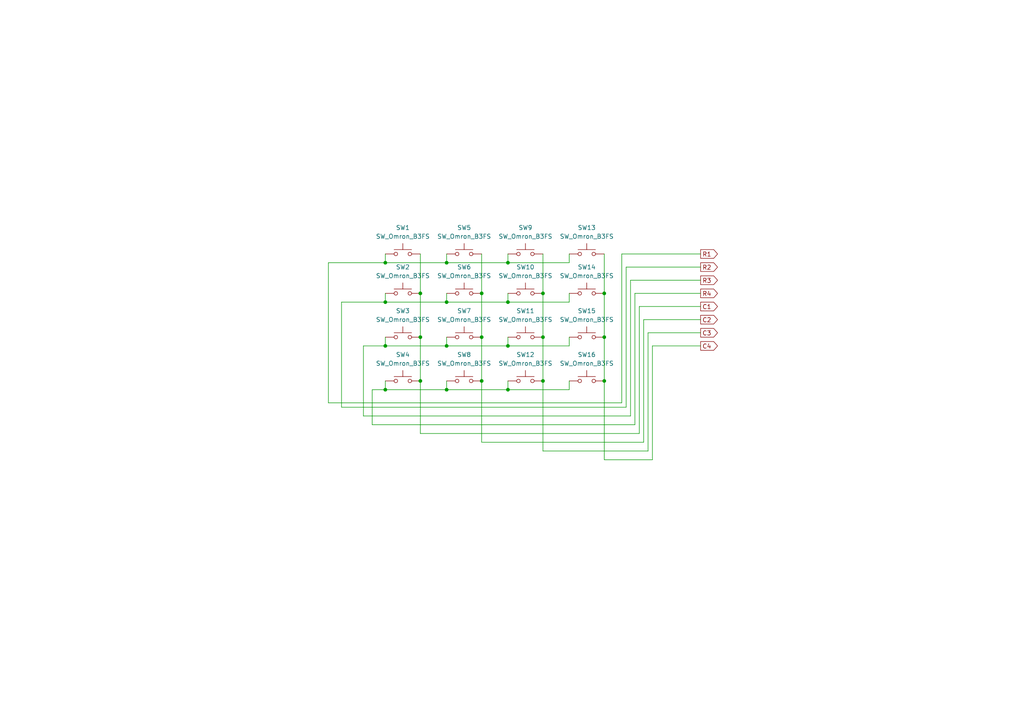
<source format=kicad_sch>
(kicad_sch (version 20231120) (generator "eeschema") (generator_version "8.0")
  (paper "A4")
  (lib_symbols
    (symbol "Switch:SW_Omron_B3FS" (pin_numbers hide) (pin_names (offset 1.016) hide)
      (property "Reference" "SW" (at 1.27 2.54 0))
      (property "Value" "SW_Omron_B3FS" (at 0 -1.524 0))
      (symbol "SW_Omron_B3FS_0_1"
        (circle (center -2.032 0) (radius 0.508))
        (polyline (pts (xy 0 1.27) (xy 0 3.048)))
        (polyline (pts (xy 2.54 1.27) (xy -2.54 1.27)))
        (circle (center 2.032 0) (radius 0.508))
        (pin passive line (at -5.08 0 0) (length 2.54) (name "1") (number "1"))
        (pin passive line (at 5.08 0 180) (length 2.54) (name "2") (number "2"))
      )
    )
  )
  (junction (at 111.76 100.33))
  (junction (at 147.32 87.63))
  (junction (at 147.32 100.33))
  (junction (at 111.76 76.2))
  (junction (at 129.54 100.33))
  (junction (at 139.7 97.79))
  (junction (at 129.54 113.03))
  (junction (at 111.76 87.63))
  (junction (at 175.26 97.79))
  (junction (at 139.7 110.49))
  (junction (at 175.26 85.09))
  (junction (at 121.92 97.79))
  (junction (at 121.92 85.09))
  (junction (at 121.92 110.49))
  (junction (at 175.26 110.49))
  (junction (at 111.76 113.03))
  (junction (at 147.32 76.2))
  (junction (at 139.7 85.09))
  (junction (at 157.48 110.49))
  (junction (at 129.54 76.2))
  (junction (at 129.54 87.63))
  (junction (at 157.48 85.09))
  (junction (at 147.32 113.03))
  (junction (at 157.48 97.79))
  (wire (pts (xy 139.7 73.66) (xy 139.7 85.09)))
  (wire (pts (xy 165.1 97.79) (xy 165.1 100.33)))
  (wire (pts (xy 107.95 123.19) (xy 107.95 113.03)))
  (wire (pts (xy 180.34 73.66) (xy 180.34 116.84)))
  (wire (pts (xy 184.15 85.09) (xy 184.15 123.19)))
  (wire (pts (xy 99.06 87.63) (xy 111.76 87.63)))
  (wire (pts (xy 187.96 130.81) (xy 157.48 130.81)))
  (wire (pts (xy 165.1 76.2) (xy 147.32 76.2)))
  (wire (pts (xy 184.15 123.19) (xy 107.95 123.19)))
  (wire (pts (xy 180.34 116.84) (xy 95.25 116.84)))
  (wire (pts (xy 111.76 76.2) (xy 129.54 76.2)))
  (wire (pts (xy 129.54 87.63) (xy 129.54 85.09)))
  (wire (pts (xy 121.92 73.66) (xy 121.92 85.09)))
  (wire (pts (xy 147.32 76.2) (xy 129.54 76.2)))
  (wire (pts (xy 203.2 100.33) (xy 189.23 100.33)))
  (wire (pts (xy 111.76 97.79) (xy 111.76 100.33)))
  (wire (pts (xy 95.25 116.84) (xy 95.25 76.2)))
  (wire (pts (xy 165.1 73.66) (xy 165.1 76.2)))
  (wire (pts (xy 111.76 85.09) (xy 111.76 87.63)))
  (wire (pts (xy 111.76 113.03) (xy 129.54 113.03)))
  (wire (pts (xy 129.54 113.03) (xy 129.54 110.49)))
  (wire (pts (xy 147.32 85.09) (xy 147.32 87.63)))
  (wire (pts (xy 175.26 133.35) (xy 175.26 110.49)))
  (wire (pts (xy 147.32 87.63) (xy 129.54 87.63)))
  (wire (pts (xy 99.06 87.63) (xy 99.06 118.11)))
  (wire (pts (xy 175.26 73.66) (xy 175.26 85.09)))
  (wire (pts (xy 203.2 88.9) (xy 185.42 88.9)))
  (wire (pts (xy 139.7 85.09) (xy 139.7 97.79)))
  (wire (pts (xy 182.88 81.28) (xy 182.88 120.65)))
  (wire (pts (xy 165.1 110.49) (xy 165.1 113.03)))
  (wire (pts (xy 111.76 87.63) (xy 129.54 87.63)))
  (wire (pts (xy 186.69 92.71) (xy 186.69 128.27)))
  (wire (pts (xy 185.42 125.73) (xy 121.92 125.73)))
  (wire (pts (xy 186.69 128.27) (xy 139.7 128.27)))
  (wire (pts (xy 139.7 128.27) (xy 139.7 110.49)))
  (wire (pts (xy 147.32 110.49) (xy 147.32 113.03)))
  (wire (pts (xy 129.54 100.33) (xy 129.54 97.79)))
  (wire (pts (xy 147.32 97.79) (xy 147.32 100.33)))
  (wire (pts (xy 165.1 87.63) (xy 147.32 87.63)))
  (wire (pts (xy 187.96 96.52) (xy 187.96 130.81)))
  (wire (pts (xy 165.1 85.09) (xy 165.1 87.63)))
  (wire (pts (xy 203.2 96.52) (xy 187.96 96.52)))
  (wire (pts (xy 203.2 92.71) (xy 186.69 92.71)))
  (wire (pts (xy 147.32 113.03) (xy 129.54 113.03)))
  (wire (pts (xy 175.26 85.09) (xy 175.26 97.79)))
  (wire (pts (xy 189.23 133.35) (xy 175.26 133.35)))
  (wire (pts (xy 107.95 113.03) (xy 111.76 113.03)))
  (wire (pts (xy 165.1 113.03) (xy 147.32 113.03)))
  (wire (pts (xy 111.76 100.33) (xy 129.54 100.33)))
  (wire (pts (xy 105.41 120.65) (xy 105.41 100.33)))
  (wire (pts (xy 182.88 120.65) (xy 105.41 120.65)))
  (wire (pts (xy 203.2 77.47) (xy 181.61 77.47)))
  (wire (pts (xy 121.92 97.79) (xy 121.92 110.49)))
  (wire (pts (xy 175.26 97.79) (xy 175.26 110.49)))
  (wire (pts (xy 181.61 118.11) (xy 99.06 118.11)))
  (wire (pts (xy 121.92 85.09) (xy 121.92 97.79)))
  (wire (pts (xy 157.48 73.66) (xy 157.48 85.09)))
  (wire (pts (xy 111.76 110.49) (xy 111.76 113.03)))
  (wire (pts (xy 111.76 73.66) (xy 111.76 76.2)))
  (wire (pts (xy 203.2 73.66) (xy 180.34 73.66)))
  (wire (pts (xy 139.7 97.79) (xy 139.7 110.49)))
  (wire (pts (xy 189.23 100.33) (xy 189.23 133.35)))
  (wire (pts (xy 157.48 130.81) (xy 157.48 110.49)))
  (wire (pts (xy 165.1 100.33) (xy 147.32 100.33)))
  (wire (pts (xy 105.41 100.33) (xy 111.76 100.33)))
  (wire (pts (xy 157.48 85.09) (xy 157.48 97.79)))
  (wire (pts (xy 95.25 76.2) (xy 111.76 76.2)))
  (wire (pts (xy 157.48 97.79) (xy 157.48 110.49)))
  (wire (pts (xy 181.61 77.47) (xy 181.61 118.11)))
  (wire (pts (xy 203.2 85.09) (xy 184.15 85.09)))
  (wire (pts (xy 185.42 88.9) (xy 185.42 125.73)))
  (wire (pts (xy 129.54 76.2) (xy 129.54 73.66)))
  (wire (pts (xy 203.2 81.28) (xy 182.88 81.28)))
  (wire (pts (xy 147.32 73.66) (xy 147.32 76.2)))
  (wire (pts (xy 121.92 125.73) (xy 121.92 110.49)))
  (wire (pts (xy 147.32 100.33) (xy 129.54 100.33)))
  (global_label "C1" (shape output) (at 203.2 88.9 0) (property "Intersheetrefs" "${INTERSHEET_REFS}" (effects (hide yes))))
  (global_label "R1" (shape output) (at 203.2 73.66 0) (property "Intersheetrefs" "${INTERSHEET_REFS}" (effects (hide yes))))
  (global_label "R4" (shape output) (at 203.2 85.09 0) (property "Intersheetrefs" "${INTERSHEET_REFS}" (effects (hide yes))))
  (global_label "R2" (shape output) (at 203.2 77.47 0) (property "Intersheetrefs" "${INTERSHEET_REFS}" (effects (hide yes))))
  (global_label "R3" (shape output) (at 203.2 81.28 0) (property "Intersheetrefs" "${INTERSHEET_REFS}" (effects (hide yes))))
  (global_label "C2" (shape output) (at 203.2 92.71 0) (property "Intersheetrefs" "${INTERSHEET_REFS}" (effects (hide yes))))
  (global_label "C4" (shape output) (at 203.2 100.33 0) (property "Intersheetrefs" "${INTERSHEET_REFS}" (effects (hide yes))))
  (global_label "C3" (shape output) (at 203.2 96.52 0) (property "Intersheetrefs" "${INTERSHEET_REFS}" (effects (hide yes))))
  (symbol (lib_id "Switch:SW_Omron_B3FS") (at 116.84 110.49 0) (unit 1)
    (property "Reference" "SW4" (at 116.84 102.87 0))
    (property "Value" "SW_Omron_B3FS" (at 116.84 105.41 0))
    (property "Footprint" "Button_Switch_SMD:SW_Push_1P1T_NO_6x6mm_H9.5mm" (effects (hide yes)))
    (property "Datasheet" "https://omronfs.omron.com/en_US/ecb/products/pdf/en-b3fs.pdf" (effects (hide yes)))
    (property "Description" "Omron B3FS 6x6mm single pole normally-open tactile switch" (effects (hide yes)))
  )
  (symbol (lib_id "Switch:SW_Omron_B3FS") (at 134.62 110.49 0) (unit 1)
    (property "Reference" "SW8" (at 134.62 102.87 0))
    (property "Value" "SW_Omron_B3FS" (at 134.62 105.41 0))
    (property "Footprint" "Button_Switch_SMD:SW_Push_1P1T_NO_6x6mm_H9.5mm" (effects (hide yes)))
    (property "Datasheet" "https://omronfs.omron.com/en_US/ecb/products/pdf/en-b3fs.pdf" (effects (hide yes)))
    (property "Description" "Omron B3FS 6x6mm single pole normally-open tactile switch" (effects (hide yes)))
  )
  (symbol (lib_id "Switch:SW_Omron_B3FS") (at 170.18 85.09 0) (unit 1)
    (property "Reference" "SW14" (at 170.18 77.47 0))
    (property "Value" "SW_Omron_B3FS" (at 170.18 80.01 0))
    (property "Footprint" "Button_Switch_SMD:SW_Push_1P1T_NO_6x6mm_H9.5mm" (effects (hide yes)))
    (property "Datasheet" "https://omronfs.omron.com/en_US/ecb/products/pdf/en-b3fs.pdf" (effects (hide yes)))
    (property "Description" "Omron B3FS 6x6mm single pole normally-open tactile switch" (effects (hide yes)))
  )
  (symbol (lib_id "Switch:SW_Omron_B3FS") (at 134.62 73.66 0) (unit 1)
    (property "Reference" "SW5" (at 134.62 66.04 0))
    (property "Value" "SW_Omron_B3FS" (at 134.62 68.58 0))
    (property "Footprint" "Button_Switch_SMD:SW_Push_1P1T_NO_6x6mm_H9.5mm" (effects (hide yes)))
    (property "Datasheet" "https://omronfs.omron.com/en_US/ecb/products/pdf/en-b3fs.pdf" (effects (hide yes)))
    (property "Description" "Omron B3FS 6x6mm single pole normally-open tactile switch" (effects (hide yes)))
  )
  (symbol (lib_id "Switch:SW_Omron_B3FS") (at 152.4 110.49 0) (unit 1)
    (property "Reference" "SW12" (at 152.4 102.87 0))
    (property "Value" "SW_Omron_B3FS" (at 152.4 105.41 0))
    (property "Footprint" "Button_Switch_SMD:SW_Push_1P1T_NO_6x6mm_H9.5mm" (effects (hide yes)))
    (property "Datasheet" "https://omronfs.omron.com/en_US/ecb/products/pdf/en-b3fs.pdf" (effects (hide yes)))
    (property "Description" "Omron B3FS 6x6mm single pole normally-open tactile switch" (effects (hide yes)))
  )
  (symbol (lib_id "Switch:SW_Omron_B3FS") (at 170.18 97.79 0) (unit 1)
    (property "Reference" "SW15" (at 170.18 90.17 0))
    (property "Value" "SW_Omron_B3FS" (at 170.18 92.71 0))
    (property "Footprint" "Button_Switch_SMD:SW_Push_1P1T_NO_6x6mm_H9.5mm" (effects (hide yes)))
    (property "Datasheet" "https://omronfs.omron.com/en_US/ecb/products/pdf/en-b3fs.pdf" (effects (hide yes)))
    (property "Description" "Omron B3FS 6x6mm single pole normally-open tactile switch" (effects (hide yes)))
  )
  (symbol (lib_id "Switch:SW_Omron_B3FS") (at 134.62 97.79 0) (unit 1)
    (property "Reference" "SW7" (at 134.62 90.17 0))
    (property "Value" "SW_Omron_B3FS" (at 134.62 92.71 0))
    (property "Footprint" "Button_Switch_SMD:SW_Push_1P1T_NO_6x6mm_H9.5mm" (effects (hide yes)))
    (property "Datasheet" "https://omronfs.omron.com/en_US/ecb/products/pdf/en-b3fs.pdf" (effects (hide yes)))
    (property "Description" "Omron B3FS 6x6mm single pole normally-open tactile switch" (effects (hide yes)))
  )
  (symbol (lib_id "Switch:SW_Omron_B3FS") (at 116.84 85.09 0) (unit 1)
    (property "Reference" "SW2" (at 116.84 77.47 0))
    (property "Value" "SW_Omron_B3FS" (at 116.84 80.01 0))
    (property "Footprint" "Button_Switch_SMD:SW_Push_1P1T_NO_6x6mm_H9.5mm" (effects (hide yes)))
    (property "Datasheet" "https://omronfs.omron.com/en_US/ecb/products/pdf/en-b3fs.pdf" (effects (hide yes)))
    (property "Description" "Omron B3FS 6x6mm single pole normally-open tactile switch" (effects (hide yes)))
  )
  (symbol (lib_id "Switch:SW_Omron_B3FS") (at 134.62 85.09 0) (unit 1)
    (property "Reference" "SW6" (at 134.62 77.47 0))
    (property "Value" "SW_Omron_B3FS" (at 134.62 80.01 0))
    (property "Footprint" "Button_Switch_SMD:SW_Push_1P1T_NO_6x6mm_H9.5mm" (effects (hide yes)))
    (property "Datasheet" "https://omronfs.omron.com/en_US/ecb/products/pdf/en-b3fs.pdf" (effects (hide yes)))
    (property "Description" "Omron B3FS 6x6mm single pole normally-open tactile switch" (effects (hide yes)))
  )
  (symbol (lib_id "Switch:SW_Omron_B3FS") (at 152.4 73.66 0) (unit 1)
    (property "Reference" "SW9" (at 152.4 66.04 0))
    (property "Value" "SW_Omron_B3FS" (at 152.4 68.58 0))
    (property "Footprint" "Button_Switch_SMD:SW_Push_1P1T_NO_6x6mm_H9.5mm" (effects (hide yes)))
    (property "Datasheet" "https://omronfs.omron.com/en_US/ecb/products/pdf/en-b3fs.pdf" (effects (hide yes)))
    (property "Description" "Omron B3FS 6x6mm single pole normally-open tactile switch" (effects (hide yes)))
  )
  (symbol (lib_id "Switch:SW_Omron_B3FS") (at 116.84 97.79 0) (unit 1)
    (property "Reference" "SW3" (at 116.84 90.17 0))
    (property "Value" "SW_Omron_B3FS" (at 116.84 92.71 0))
    (property "Footprint" "Button_Switch_SMD:SW_Push_1P1T_NO_6x6mm_H9.5mm" (effects (hide yes)))
    (property "Datasheet" "https://omronfs.omron.com/en_US/ecb/products/pdf/en-b3fs.pdf" (effects (hide yes)))
    (property "Description" "Omron B3FS 6x6mm single pole normally-open tactile switch" (effects (hide yes)))
  )
  (symbol (lib_id "Switch:SW_Omron_B3FS") (at 152.4 85.09 0) (unit 1)
    (property "Reference" "SW10" (at 152.4 77.47 0))
    (property "Value" "SW_Omron_B3FS" (at 152.4 80.01 0))
    (property "Footprint" "Button_Switch_SMD:SW_Push_1P1T_NO_6x6mm_H9.5mm" (effects (hide yes)))
    (property "Datasheet" "https://omronfs.omron.com/en_US/ecb/products/pdf/en-b3fs.pdf" (effects (hide yes)))
    (property "Description" "Omron B3FS 6x6mm single pole normally-open tactile switch" (effects (hide yes)))
  )
  (symbol (lib_id "Switch:SW_Omron_B3FS") (at 170.18 110.49 0) (unit 1)
    (property "Reference" "SW16" (at 170.18 102.87 0))
    (property "Value" "SW_Omron_B3FS" (at 170.18 105.41 0))
    (property "Footprint" "Button_Switch_SMD:SW_Push_1P1T_NO_6x6mm_H9.5mm" (effects (hide yes)))
    (property "Datasheet" "https://omronfs.omron.com/en_US/ecb/products/pdf/en-b3fs.pdf" (effects (hide yes)))
    (property "Description" "Omron B3FS 6x6mm single pole normally-open tactile switch" (effects (hide yes)))
  )
  (symbol (lib_id "Switch:SW_Omron_B3FS") (at 152.4 97.79 0) (unit 1)
    (property "Reference" "SW11" (at 152.4 90.17 0))
    (property "Value" "SW_Omron_B3FS" (at 152.4 92.71 0))
    (property "Footprint" "Button_Switch_SMD:SW_Push_1P1T_NO_6x6mm_H9.5mm" (effects (hide yes)))
    (property "Datasheet" "https://omronfs.omron.com/en_US/ecb/products/pdf/en-b3fs.pdf" (effects (hide yes)))
    (property "Description" "Omron B3FS 6x6mm single pole normally-open tactile switch" (effects (hide yes)))
  )
  (symbol (lib_id "Switch:SW_Omron_B3FS") (at 170.18 73.66 0) (unit 1)
    (property "Reference" "SW13" (at 170.18 66.04 0))
    (property "Value" "SW_Omron_B3FS" (at 170.18 68.58 0))
    (property "Footprint" "Button_Switch_SMD:SW_Push_1P1T_NO_6x6mm_H9.5mm" (effects (hide yes)))
    (property "Datasheet" "https://omronfs.omron.com/en_US/ecb/products/pdf/en-b3fs.pdf" (effects (hide yes)))
    (property "Description" "Omron B3FS 6x6mm single pole normally-open tactile switch" (effects (hide yes)))
  )
  (symbol (lib_id "Switch:SW_Omron_B3FS") (at 116.84 73.66 0) (unit 1)
    (property "Reference" "SW1" (at 116.84 66.04 0))
    (property "Value" "SW_Omron_B3FS" (at 116.84 68.58 0))
    (property "Footprint" "Button_Switch_SMD:SW_Push_1P1T_NO_6x6mm_H9.5mm" (effects (hide yes)))
    (property "Datasheet" "https://omronfs.omron.com/en_US/ecb/products/pdf/en-b3fs.pdf" (effects (hide yes)))
    (property "Description" "Omron B3FS 6x6mm single pole normally-open tactile switch" (effects (hide yes)))
  )
)
</source>
